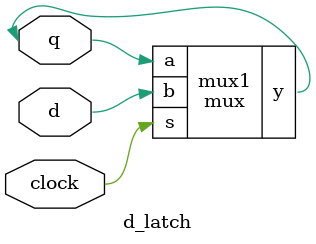
<source format=v>
module mux(a,b,s,y);
input a,b,s;
output reg  y;
always @(a or b or s)
begin
 y= (~s&a) | (s&b);
end
endmodule

module d_latch(d,clock,q);
input d,clock;
inout q;
mux mux1(.a(q),.b(d),.s(clock),.y(q));
endmodule

</source>
